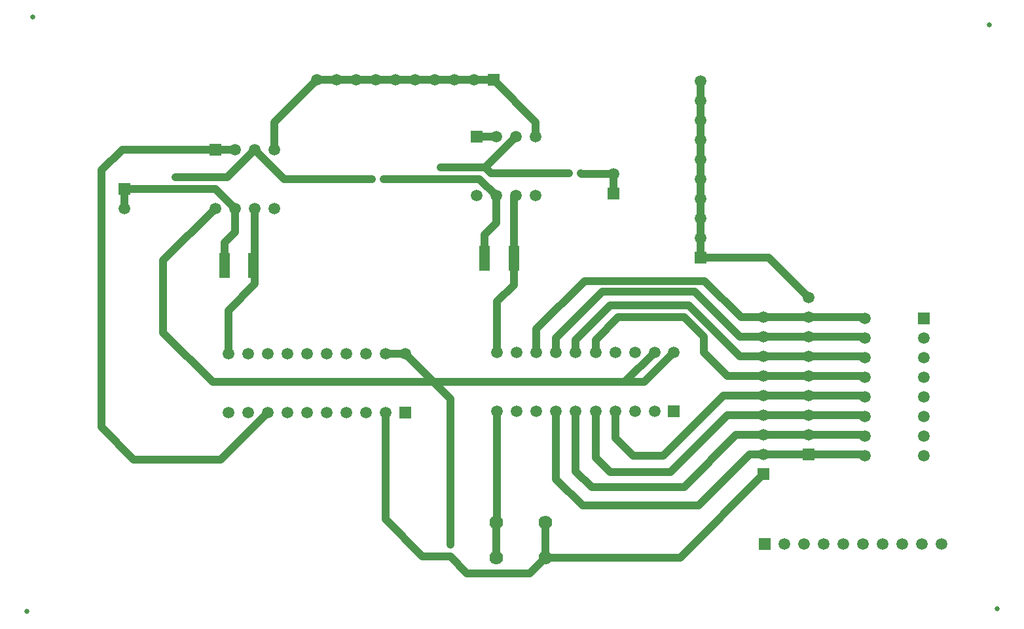
<source format=gtl>
G04 Layer_Physical_Order=1*
G04 Layer_Color=255*
%FSLAX42Y42*%
%MOMM*%
G71*
G01*
G75*
%ADD10R,0.70X0.90*%
%ADD11R,1.40X3.30*%
%ADD12R,0.90X0.70*%
%ADD13C,1.02*%
%ADD14C,1.50*%
%ADD15R,1.50X1.50*%
%ADD16R,1.50X1.50*%
%ADD17C,1.52*%
%ADD18R,1.52X1.52*%
%ADD19C,1.78*%
%ADD20C,0.64*%
D10*
X11025Y9258D02*
D03*
X11175D02*
D03*
X8473Y9182D02*
D03*
X8623D02*
D03*
D11*
X9932Y8153D02*
D03*
X10312D02*
D03*
X6946Y8064D02*
D03*
X6566D02*
D03*
D12*
X9360Y9183D02*
D03*
Y9333D02*
D03*
X5931Y9056D02*
D03*
Y9206D02*
D03*
X9487Y4294D02*
D03*
Y4444D02*
D03*
D13*
X14834Y5613D02*
X14122D01*
X14846Y5601D02*
X14834Y5613D01*
Y5867D02*
X14122D01*
X14846Y5855D02*
X14834Y5867D01*
Y6121D02*
X14122D01*
X14846Y6109D02*
X14834Y6121D01*
Y6375D02*
X14122D01*
X14846Y6363D02*
X14834Y6375D01*
Y6629D02*
X14122D01*
X14846Y6617D02*
X14834Y6629D01*
Y6883D02*
X14122D01*
X14846Y6871D02*
X14834Y6883D01*
Y7137D02*
X14122D01*
X14846Y7125D02*
X14834Y7137D01*
Y7391D02*
X14122D01*
X14846Y7379D02*
X14834Y7391D01*
X12725Y8166D02*
Y8420D01*
Y8674D01*
Y8928D01*
Y9182D01*
Y9436D01*
Y9690D01*
Y9944D01*
Y10198D01*
Y10452D01*
X10046Y10465D02*
X9792D01*
X9538D01*
X9284D01*
X9030D01*
X8776D01*
X8522D01*
X8268D01*
X8014D01*
X7760D01*
X10858Y5296D02*
Y6172D01*
X11201Y4953D02*
X10858Y5296D01*
X12700Y4953D02*
X11201D01*
X13360Y5613D02*
X12700Y4953D01*
X11112Y5397D02*
Y6172D01*
X11316Y5194D02*
X11112Y5397D01*
X12510Y5194D02*
X11316D01*
X13183Y5867D02*
X12510Y5194D01*
X11367Y5575D02*
Y6172D01*
X11557Y5385D02*
X11367Y5575D01*
X12332Y5385D02*
X11557D01*
X13068Y6121D02*
X12332Y5385D01*
X11621Y5829D02*
Y6172D01*
X11849Y5601D02*
X11621Y5829D01*
X12243Y5601D02*
X11849D01*
X13018Y6375D02*
X12243Y5601D01*
X13068Y6629D02*
X12764Y6934D01*
Y7137D01*
X12510Y7391D01*
X11659D01*
X11367Y7099D01*
Y6934D02*
Y7099D01*
X13233Y6883D02*
X12573Y7544D01*
X11557D01*
X11112Y7099D01*
Y6934D02*
Y7099D01*
X10858Y6934D02*
Y7125D01*
X11455Y7722D02*
X10858Y7125D01*
X12649Y7722D02*
X11455D01*
X13233Y7137D02*
X12649Y7722D01*
X13246Y7391D02*
X12776Y7861D01*
X11227D01*
X10604Y7239D01*
Y6934D02*
Y7239D01*
X10312Y8153D02*
Y8940D01*
X10338Y8966D02*
X10312Y8940D01*
Y7810D02*
Y8153D01*
Y7810D02*
X10096Y7595D01*
Y6934D02*
Y7595D01*
X9932Y8153D02*
Y8459D01*
X10084Y8611D02*
X9932Y8459D01*
X10084Y8611D02*
Y8966D01*
X6617Y6921D02*
Y7480D01*
X6960Y7823D02*
X6617Y7480D01*
X6960Y7823D02*
Y8801D01*
X6706Y8496D02*
Y8801D01*
Y8496D02*
X6566Y8357D01*
Y8064D02*
Y8357D01*
X9867Y9183D02*
X9360D01*
X10084Y8966D02*
X9867Y9183D01*
X9943Y9333D02*
X9360D01*
X10338Y9728D02*
X9943Y9333D01*
X11025Y9258D02*
X10018D01*
X9943Y9333D01*
X11595Y9246D02*
X11188D01*
X11175Y9258D01*
X11595Y8992D02*
Y9246D01*
X10592Y9919D02*
X10046Y10465D01*
X10592Y9728D02*
Y9919D01*
X7760Y10465D02*
X7214Y9919D01*
Y9563D02*
Y9919D01*
X9359Y9182D02*
X8623D01*
X9360Y9183D02*
X9359Y9182D01*
X8473D02*
X7341D01*
X6960Y9563D01*
X6603Y9206D02*
X5931D01*
X6960Y9563D02*
X6603Y9206D01*
X6450Y9056D02*
X5931D01*
X6706Y8801D02*
X6450Y9056D01*
X5930Y9055D02*
X5271D01*
X5931Y9056D02*
X5930Y9055D01*
X5271Y8801D02*
Y9055D01*
X10084Y9728D02*
X9830D01*
X9271Y6553D02*
X8903Y6921D01*
X12382Y6934D02*
X12001Y6553D01*
X12129Y6934D02*
X11747Y6553D01*
X12001D02*
X11747D01*
X9271D01*
X8903Y6921D02*
X8649D01*
X13602Y8166D02*
X12725D01*
X14122Y7645D02*
X13602Y8166D01*
X6706Y9563D02*
X6452D01*
X5245D01*
X4978Y9296D01*
Y5969D02*
Y9296D01*
X5397Y5550D02*
X4978Y5969D01*
X6515Y5550D02*
X5397D01*
X7125Y6160D02*
X6515Y5550D01*
X13538Y5867D02*
X13183D01*
X13538Y6121D02*
X13068D01*
X13538Y6375D02*
X13018D01*
X13538Y6883D02*
X13233D01*
X13538Y7137D02*
X13233D01*
X13538Y7391D02*
X13246D01*
X14122Y5867D02*
X13538D01*
X14122Y6883D02*
X13538D01*
X14122Y7391D02*
X13538D01*
X14122Y6375D02*
X13538D01*
X14122Y5613D02*
X13538D01*
X13360D01*
X14122Y6629D02*
X13538D01*
X13068D01*
X14122Y7137D02*
X13538D01*
X14122Y6121D02*
X13538D01*
Y5359D02*
X12459Y4280D01*
X10719D01*
Y4737D01*
X10096Y4750D02*
Y6172D01*
Y4750D02*
X10084Y4737D01*
Y4280D02*
Y4737D01*
X9271Y6553D02*
X6414D01*
X5778Y7188D01*
Y8128D01*
X6452Y8801D02*
X5778Y8128D01*
X9487Y4293D02*
Y4294D01*
X9703Y4077D02*
X9487Y4293D01*
X10516Y4077D02*
X9703D01*
X10719Y4280D02*
X10516Y4077D01*
X9487Y4444D02*
Y6337D01*
X9271Y6553D01*
X9487Y4294D02*
X9130D01*
X8649Y4775D01*
Y6160D01*
D14*
X13538Y5613D02*
D03*
Y7391D02*
D03*
Y7137D02*
D03*
Y6883D02*
D03*
Y6629D02*
D03*
Y6375D02*
D03*
Y6121D02*
D03*
Y5867D02*
D03*
X15608Y7125D02*
D03*
Y6871D02*
D03*
Y6617D02*
D03*
Y6363D02*
D03*
Y6109D02*
D03*
Y5855D02*
D03*
Y5601D02*
D03*
X14846Y7379D02*
D03*
Y7125D02*
D03*
Y6871D02*
D03*
Y6617D02*
D03*
Y6363D02*
D03*
Y6109D02*
D03*
Y5855D02*
D03*
Y5601D02*
D03*
X13805Y4458D02*
D03*
X14313D02*
D03*
X14567D02*
D03*
X14821D02*
D03*
X15075D02*
D03*
X15329D02*
D03*
X15583D02*
D03*
X15837D02*
D03*
X14059D02*
D03*
X12725Y8420D02*
D03*
Y8928D02*
D03*
Y9182D02*
D03*
Y9436D02*
D03*
Y9690D02*
D03*
Y9944D02*
D03*
Y10198D02*
D03*
Y10452D02*
D03*
Y8674D02*
D03*
X9792Y10465D02*
D03*
X9284D02*
D03*
X9030D02*
D03*
X8776D02*
D03*
X8522D02*
D03*
X8268D02*
D03*
X8014D02*
D03*
X7760D02*
D03*
X9538D02*
D03*
X14122Y5867D02*
D03*
Y7645D02*
D03*
Y7391D02*
D03*
Y7137D02*
D03*
Y6883D02*
D03*
Y6629D02*
D03*
Y6375D02*
D03*
Y6121D02*
D03*
X11595Y9246D02*
D03*
X5271Y8801D02*
D03*
D15*
X13538Y5359D02*
D03*
X12725Y8166D02*
D03*
X14122Y5613D02*
D03*
X11595Y8992D02*
D03*
X5271Y9055D02*
D03*
D16*
X15608Y7379D02*
D03*
X13551Y4458D02*
D03*
X10046Y10465D02*
D03*
D17*
X12382Y6934D02*
D03*
X12129D02*
D03*
X11875D02*
D03*
X11621D02*
D03*
X11367D02*
D03*
X11112D02*
D03*
X10858D02*
D03*
X10604D02*
D03*
X10350D02*
D03*
X10096D02*
D03*
Y6172D02*
D03*
X10350D02*
D03*
X10604D02*
D03*
X10858D02*
D03*
X11112D02*
D03*
X11367D02*
D03*
X11621D02*
D03*
X11875D02*
D03*
X12129D02*
D03*
X8903Y6921D02*
D03*
X8649D02*
D03*
X8395D02*
D03*
X8141D02*
D03*
X7887D02*
D03*
X7633D02*
D03*
X7379D02*
D03*
X7125D02*
D03*
X6871D02*
D03*
X6617D02*
D03*
Y6160D02*
D03*
X6871D02*
D03*
X7125D02*
D03*
X7379D02*
D03*
X7633D02*
D03*
X7887D02*
D03*
X8141D02*
D03*
X8395D02*
D03*
X8649D02*
D03*
X6452Y8801D02*
D03*
X6706D02*
D03*
X6960D02*
D03*
X7214D02*
D03*
Y9563D02*
D03*
X6960D02*
D03*
X6706D02*
D03*
X9830Y8966D02*
D03*
X10084D02*
D03*
X10338D02*
D03*
X10592D02*
D03*
Y9728D02*
D03*
X10338D02*
D03*
X10084D02*
D03*
D18*
X12382Y6172D02*
D03*
X8903Y6160D02*
D03*
X6452Y9563D02*
D03*
X9830Y9728D02*
D03*
D19*
X10084Y4280D02*
D03*
Y4737D02*
D03*
X10719Y4280D02*
D03*
Y4737D02*
D03*
D20*
X16459Y11176D02*
D03*
X4089Y11278D02*
D03*
X4013Y3581D02*
D03*
X16561Y3619D02*
D03*
M02*

</source>
